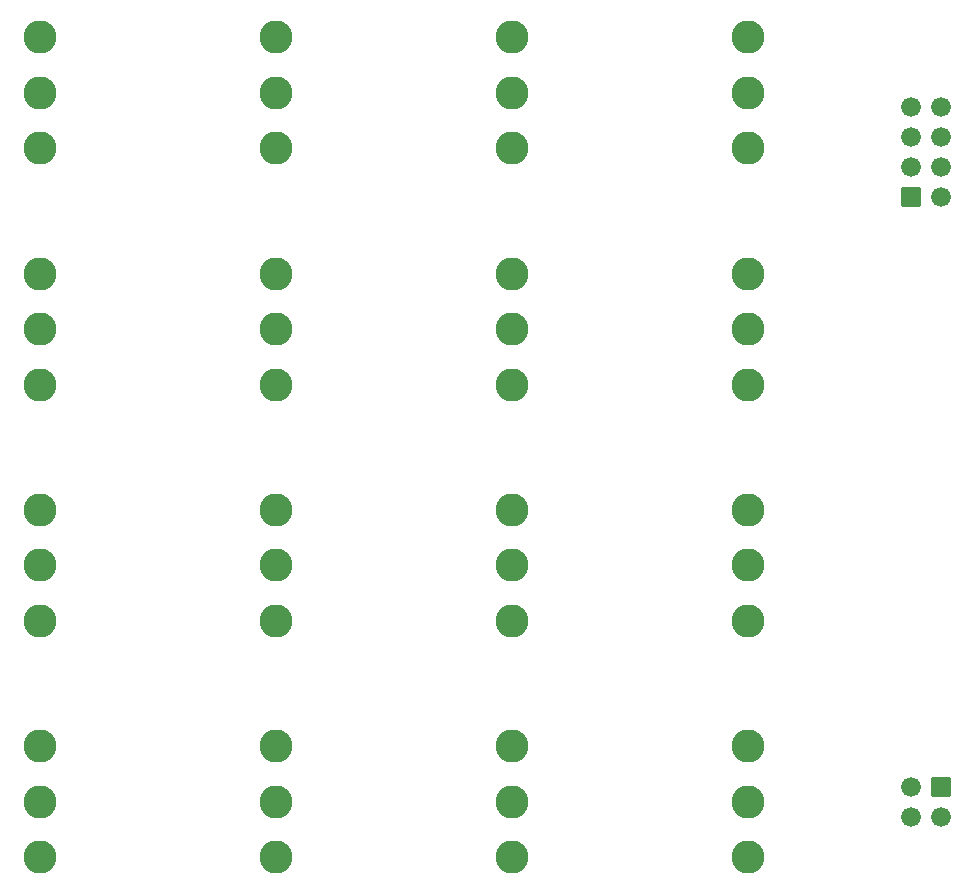
<source format=gts>
G04 Layer: TopSolderMaskLayer*
G04 EasyEDA v6.5.20, 2023-08-27 05:19:39*
G04 a67cddfb3fce44daa9051d46cbbcc19f,10*
G04 Gerber Generator version 0.2*
G04 Scale: 100 percent, Rotated: No, Reflected: No *
G04 Dimensions in millimeters *
G04 leading zeros omitted , absolute positions ,4 integer and 5 decimal *
%FSLAX45Y45*%
%MOMM*%

%AMMACRO1*1,1,$1,$2,$3*1,1,$1,$4,$5*1,1,$1,0-$2,0-$3*1,1,$1,0-$4,0-$5*20,1,$1,$2,$3,$4,$5,0*20,1,$1,$4,$5,0-$2,0-$3,0*20,1,$1,0-$2,0-$3,0-$4,0-$5,0*20,1,$1,0-$4,0-$5,$2,$3,0*4,1,4,$2,$3,$4,$5,0-$2,0-$3,0-$4,0-$5,$2,$3,0*%
%ADD10C,2.8016*%
%ADD11MACRO1,0.1016X-0.7874X0.7874X-0.7874X-0.7874*%
%ADD12C,1.6764*%
%ADD13MACRO1,0.1016X0.7874X-0.7874X0.7874X0.7874*%

%LPD*%
D10*
G01*
X1999990Y8029983D03*
G01*
X1999990Y8499985D03*
G01*
X1999990Y8969987D03*
G01*
X3999991Y8029978D03*
G01*
X3999991Y8499980D03*
G01*
X3999991Y8969982D03*
G01*
X5999982Y8029983D03*
G01*
X5999982Y8499985D03*
G01*
X5999982Y8969987D03*
G01*
X7999978Y8029983D03*
G01*
X7999978Y8499985D03*
G01*
X7999978Y8969987D03*
G01*
X1999990Y6029987D03*
G01*
X1999990Y6499989D03*
G01*
X1999990Y6969991D03*
G01*
X3999986Y6029987D03*
G01*
X3999986Y6499989D03*
G01*
X3999986Y6969991D03*
G01*
X5999982Y6029987D03*
G01*
X5999982Y6499989D03*
G01*
X5999982Y6969991D03*
G01*
X7999978Y6029987D03*
G01*
X7999978Y6499989D03*
G01*
X7999978Y6969991D03*
G01*
X1999990Y4029991D03*
G01*
X1999990Y4499993D03*
G01*
X1999990Y4969995D03*
G01*
X3999986Y4029991D03*
G01*
X3999986Y4499993D03*
G01*
X3999986Y4969995D03*
G01*
X5999982Y4029991D03*
G01*
X5999982Y4499993D03*
G01*
X5999982Y4969995D03*
G01*
X7999978Y4029991D03*
G01*
X7999978Y4499993D03*
G01*
X7999978Y4969995D03*
G01*
X1999990Y2029995D03*
G01*
X1999990Y2499997D03*
G01*
X1999990Y2969999D03*
G01*
X3999986Y2029995D03*
G01*
X3999986Y2499997D03*
G01*
X3999986Y2969999D03*
G01*
X5999982Y2029995D03*
G01*
X5999982Y2499997D03*
G01*
X5999982Y2969999D03*
G01*
X7999978Y2029995D03*
G01*
X7999978Y2499997D03*
G01*
X7999978Y2969999D03*
D11*
G01*
X9626980Y2626994D03*
D12*
G01*
X9372981Y2626995D03*
G01*
X9626981Y2372995D03*
G01*
X9372981Y2372995D03*
D13*
G01*
X9372980Y7618984D03*
D12*
G01*
X9626981Y7618984D03*
G01*
X9372981Y7872984D03*
G01*
X9626981Y7872984D03*
G01*
X9372981Y8126984D03*
G01*
X9626981Y8126984D03*
G01*
X9372981Y8380984D03*
G01*
X9626981Y8380984D03*
M02*

</source>
